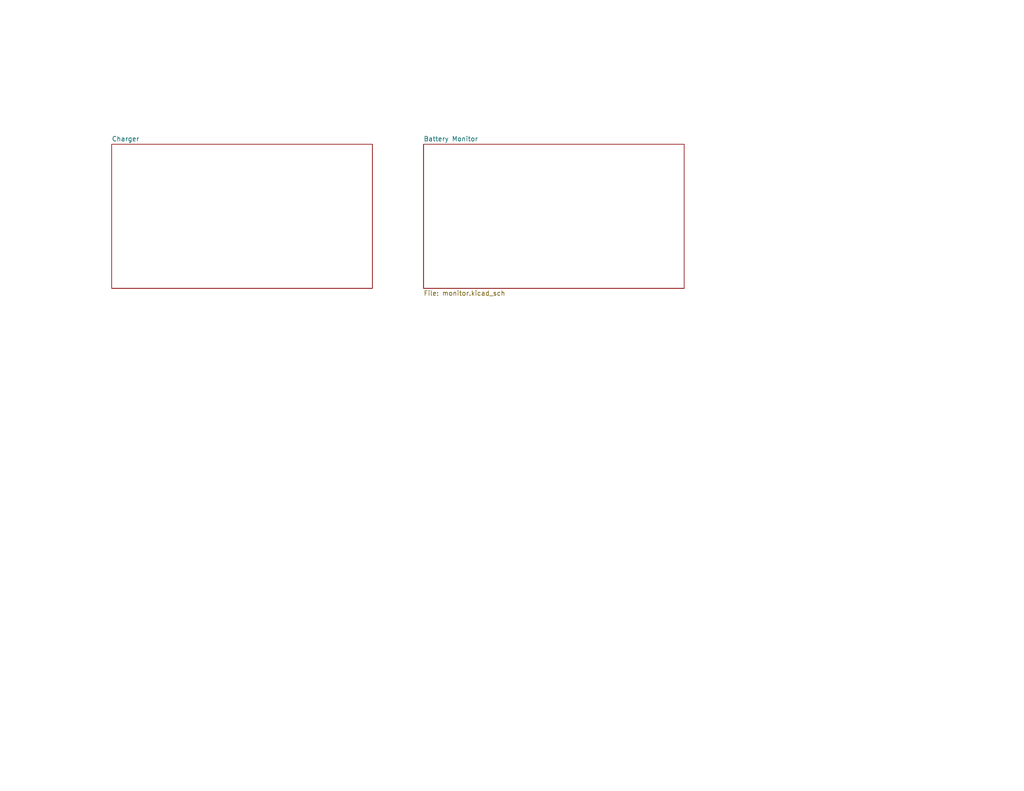
<source format=kicad_sch>
(kicad_sch
	(version 20250114)
	(generator "eeschema")
	(generator_version "9.0")
	(uuid "40353889-c50f-4e31-a1c9-0677743efa04")
	(paper "USLetter")
	(lib_symbols)
	(sheet
		(at 115.57 39.37)
		(size 71.12 39.37)
		(exclude_from_sim no)
		(in_bom yes)
		(on_board yes)
		(dnp no)
		(fields_autoplaced yes)
		(stroke
			(width 0.1524)
			(type solid)
		)
		(fill
			(color 0 0 0 0.0000)
		)
		(uuid "8b99ca33-10b1-4de7-aaf1-12ec8d8c3fec")
		(property "Sheetname" "Battery Monitor"
			(at 115.57 38.6584 0)
			(effects
				(font
					(size 1.27 1.27)
				)
				(justify left bottom)
			)
		)
		(property "Sheetfile" "monitor.kicad_sch"
			(at 115.57 79.3246 0)
			(effects
				(font
					(size 1.27 1.27)
				)
				(justify left top)
			)
		)
		(instances
			(project "cyberec"
				(path "/40353889-c50f-4e31-a1c9-0677743efa04"
					(page "3")
				)
			)
		)
	)
	(sheet
		(at 30.48 39.37)
		(size 71.12 39.37)
		(exclude_from_sim no)
		(in_bom yes)
		(on_board yes)
		(dnp no)
		(fields_autoplaced yes)
		(stroke
			(width 0.1524)
			(type solid)
		)
		(fill
			(color 0 0 0 0.0000)
		)
		(uuid "f305ac31-02c3-4de5-851e-b0914718a8b5")
		(property "Sheetname" "Charger"
			(at 30.48 38.6584 0)
			(effects
				(font
					(size 1.27 1.27)
				)
				(justify left bottom)
			)
		)
		(property "Sheetfile" "charger.kicad_sch"
			(at 30.48 79.3246 0)
			(effects
				(font
					(size 1.27 1.27)
				)
				(justify left top)
				(hide yes)
			)
		)
		(instances
			(project "cyberec"
				(path "/40353889-c50f-4e31-a1c9-0677743efa04"
					(page "2")
				)
			)
		)
	)
	(sheet_instances
		(path "/"
			(page "1")
		)
	)
	(embedded_fonts no)
)

</source>
